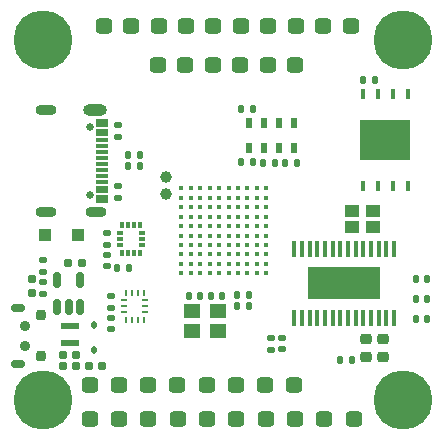
<source format=gbr>
%TF.GenerationSoftware,KiCad,Pcbnew,7.0.9*%
%TF.CreationDate,2023-12-01T13:28:00+08:00*%
%TF.ProjectId,NewSkyF7-Air,4e657753-6b79-4463-972d-4169722e6b69,rev?*%
%TF.SameCoordinates,Original*%
%TF.FileFunction,Soldermask,Top*%
%TF.FilePolarity,Negative*%
%FSLAX46Y46*%
G04 Gerber Fmt 4.6, Leading zero omitted, Abs format (unit mm)*
G04 Created by KiCad (PCBNEW 7.0.9) date 2023-12-01 13:28:00*
%MOMM*%
%LPD*%
G01*
G04 APERTURE LIST*
G04 Aperture macros list*
%AMRoundRect*
0 Rectangle with rounded corners*
0 $1 Rounding radius*
0 $2 $3 $4 $5 $6 $7 $8 $9 X,Y pos of 4 corners*
0 Add a 4 corners polygon primitive as box body*
4,1,4,$2,$3,$4,$5,$6,$7,$8,$9,$2,$3,0*
0 Add four circle primitives for the rounded corners*
1,1,$1+$1,$2,$3*
1,1,$1+$1,$4,$5*
1,1,$1+$1,$6,$7*
1,1,$1+$1,$8,$9*
0 Add four rect primitives between the rounded corners*
20,1,$1+$1,$2,$3,$4,$5,0*
20,1,$1+$1,$4,$5,$6,$7,0*
20,1,$1+$1,$6,$7,$8,$9,0*
20,1,$1+$1,$8,$9,$2,$3,0*%
G04 Aperture macros list end*
%ADD10RoundRect,0.325000X0.375000X-0.325000X0.375000X0.325000X-0.375000X0.325000X-0.375000X-0.325000X0*%
%ADD11RoundRect,0.147500X-0.147500X-0.172500X0.147500X-0.172500X0.147500X0.172500X-0.147500X0.172500X0*%
%ADD12RoundRect,0.140000X-0.170000X0.140000X-0.170000X-0.140000X0.170000X-0.140000X0.170000X0.140000X0*%
%ADD13RoundRect,0.225000X0.250000X-0.225000X0.250000X0.225000X-0.250000X0.225000X-0.250000X-0.225000X0*%
%ADD14RoundRect,0.135000X-0.185000X0.135000X-0.185000X-0.135000X0.185000X-0.135000X0.185000X0.135000X0*%
%ADD15C,0.400000*%
%ADD16RoundRect,0.135000X0.185000X-0.135000X0.185000X0.135000X-0.185000X0.135000X-0.185000X-0.135000X0*%
%ADD17RoundRect,0.150000X0.150000X-0.512500X0.150000X0.512500X-0.150000X0.512500X-0.150000X-0.512500X0*%
%ADD18R,0.300000X0.600000*%
%ADD19R,0.600000X0.300000*%
%ADD20C,1.000000*%
%ADD21RoundRect,0.140000X0.140000X0.170000X-0.140000X0.170000X-0.140000X-0.170000X0.140000X-0.170000X0*%
%ADD22C,0.650000*%
%ADD23R,1.140000X0.300000*%
%ADD24O,2.000000X1.000000*%
%ADD25O,1.800000X0.900000*%
%ADD26RoundRect,0.155000X-0.212500X-0.155000X0.212500X-0.155000X0.212500X0.155000X-0.212500X0.155000X0*%
%ADD27RoundRect,0.140000X-0.140000X-0.170000X0.140000X-0.170000X0.140000X0.170000X-0.140000X0.170000X0*%
%ADD28RoundRect,0.135000X-0.135000X-0.185000X0.135000X-0.185000X0.135000X0.185000X-0.135000X0.185000X0*%
%ADD29RoundRect,0.135000X0.135000X0.185000X-0.135000X0.185000X-0.135000X-0.185000X0.135000X-0.185000X0*%
%ADD30R,0.450000X0.950000*%
%ADD31R,4.350000X3.450000*%
%ADD32RoundRect,0.140000X0.170000X-0.140000X0.170000X0.140000X-0.170000X0.140000X-0.170000X-0.140000X0*%
%ADD33RoundRect,0.155000X0.212500X0.155000X-0.212500X0.155000X-0.212500X-0.155000X0.212500X-0.155000X0*%
%ADD34RoundRect,0.112500X-0.112500X0.187500X-0.112500X-0.187500X0.112500X-0.187500X0.112500X0.187500X0*%
%ADD35RoundRect,0.325000X-0.375000X0.325000X-0.375000X-0.325000X0.375000X-0.325000X0.375000X0.325000X0*%
%ADD36R,1.400000X1.200000*%
%ADD37C,5.000000*%
%ADD38R,0.450000X1.475000*%
%ADD39R,6.200000X2.750000*%
%ADD40RoundRect,0.155000X0.155000X-0.212500X0.155000X0.212500X-0.155000X0.212500X-0.155000X-0.212500X0*%
%ADD41R,1.600000X0.550000*%
%ADD42R,0.550000X0.950000*%
%ADD43RoundRect,0.250000X-0.300000X-0.300000X0.300000X-0.300000X0.300000X0.300000X-0.300000X0.300000X0*%
%ADD44RoundRect,0.150000X0.450000X-0.150000X0.450000X0.150000X-0.450000X0.150000X-0.450000X-0.150000X0*%
%ADD45C,0.900000*%
%ADD46RoundRect,0.200000X0.200000X-0.250000X0.200000X0.250000X-0.200000X0.250000X-0.200000X-0.250000X0*%
%ADD47R,1.150000X1.000000*%
%ADD48R,0.250000X0.475000*%
%ADD49R,0.475000X0.250000*%
G04 APERTURE END LIST*
D10*
%TO.C,J31*%
X112465714Y-95050000D03*
%TD*%
D11*
%TO.C,D4*%
X135122500Y-89490000D03*
X136092500Y-89490000D03*
%TD*%
D12*
%TO.C,C41*%
X109340000Y-87572500D03*
X109340000Y-88532500D03*
%TD*%
D13*
%TO.C,C34*%
X132360000Y-92705000D03*
X132360000Y-91155000D03*
%TD*%
D14*
%TO.C,R23*%
X109870000Y-78270000D03*
X109870000Y-79290000D03*
%TD*%
D10*
%TO.C,J22*%
X109992857Y-95050000D03*
%TD*%
D15*
%TO.C,U2*%
X115270000Y-85640000D03*
X115270000Y-84840000D03*
X115270000Y-84040000D03*
X115270000Y-83240000D03*
X115270000Y-82440000D03*
X115270000Y-81640000D03*
X115270000Y-80840000D03*
X115270000Y-80040000D03*
X115270000Y-79240000D03*
X115270000Y-78440000D03*
X116070000Y-85640000D03*
X116070000Y-84840000D03*
X116070000Y-84040000D03*
X116070000Y-83240000D03*
X116070000Y-82440000D03*
X116070000Y-81640000D03*
X116070000Y-80840000D03*
X116070000Y-80040000D03*
X116070000Y-79240000D03*
X116070000Y-78440000D03*
X116870000Y-85640000D03*
X116870000Y-84840000D03*
X116870000Y-84040000D03*
X116870000Y-83240000D03*
X116870000Y-82440000D03*
X116870000Y-81640000D03*
X116870000Y-80840000D03*
X116870000Y-80040000D03*
X116870000Y-79240000D03*
X116870000Y-78440000D03*
X117670000Y-85640000D03*
X117670000Y-84840000D03*
X117670000Y-84040000D03*
X117670000Y-83240000D03*
X117670000Y-82440000D03*
X117670000Y-81640000D03*
X117670000Y-80840000D03*
X117670000Y-80040000D03*
X117670000Y-79240000D03*
X117670000Y-78440000D03*
X118470000Y-85640000D03*
X118470000Y-84840000D03*
X118470000Y-84040000D03*
X118470000Y-83240000D03*
X118470000Y-82440000D03*
X118470000Y-81640000D03*
X118470000Y-80840000D03*
X118470000Y-80040000D03*
X118470000Y-79240000D03*
X118470000Y-78440000D03*
X119270000Y-85640000D03*
X119270000Y-84840000D03*
X119270000Y-84040000D03*
X119270000Y-83240000D03*
X119270000Y-82440000D03*
X119270000Y-81640000D03*
X119270000Y-80840000D03*
X119270000Y-80040000D03*
X119270000Y-79240000D03*
X119270000Y-78440000D03*
X120070000Y-85640000D03*
X120070000Y-84840000D03*
X120070000Y-84040000D03*
X120070000Y-83240000D03*
X120070000Y-82440000D03*
X120070000Y-81640000D03*
X120070000Y-80840000D03*
X120070000Y-80040000D03*
X120070000Y-79240000D03*
X120070000Y-78440000D03*
X120870000Y-85640000D03*
X120870000Y-84840000D03*
X120870000Y-84040000D03*
X120870000Y-83240000D03*
X120870000Y-82440000D03*
X120870000Y-81640000D03*
X120870000Y-80840000D03*
X120870000Y-80040000D03*
X120870000Y-79240000D03*
X120870000Y-78440000D03*
X121670000Y-85640000D03*
X121670000Y-84840000D03*
X121670000Y-84040000D03*
X121670000Y-83240000D03*
X121670000Y-82440000D03*
X121670000Y-81640000D03*
X121670000Y-80840000D03*
X121670000Y-80040000D03*
X121670000Y-79240000D03*
X121670000Y-78440000D03*
X122470000Y-85640000D03*
X122470000Y-84840000D03*
X122470000Y-84040000D03*
X122470000Y-83240000D03*
X122470000Y-82440000D03*
X122470000Y-81640000D03*
X122470000Y-80840000D03*
X122470000Y-80040000D03*
X122470000Y-79240000D03*
X122470000Y-78440000D03*
%TD*%
D10*
%TO.C,J14*%
X113344444Y-64700000D03*
%TD*%
%TO.C,J18*%
X122633332Y-64700000D03*
%TD*%
D16*
%TO.C,R5*%
X103540000Y-87360000D03*
X103540000Y-86340000D03*
%TD*%
D17*
%TO.C,U1*%
X104770000Y-88457500D03*
X105720000Y-88457500D03*
X106670000Y-88457500D03*
X106670000Y-86182500D03*
X104770000Y-86182500D03*
%TD*%
D18*
%TO.C,IC3*%
X111760000Y-81580000D03*
X111260000Y-81580000D03*
X110760000Y-81580000D03*
X110260000Y-81580000D03*
D19*
X110110000Y-82230000D03*
X110110000Y-82730000D03*
X110110000Y-83230000D03*
D18*
X110260000Y-83880000D03*
X110760000Y-83880000D03*
X111260000Y-83880000D03*
X111760000Y-83880000D03*
D19*
X111910000Y-83230000D03*
X111910000Y-82730000D03*
X111910000Y-82230000D03*
%TD*%
D10*
%TO.C,J5*%
X124934000Y-67980000D03*
%TD*%
D11*
%TO.C,D5*%
X135122500Y-86150000D03*
X136092500Y-86150000D03*
%TD*%
D20*
%TO.C,J41*%
X113960000Y-78880000D03*
%TD*%
D10*
%TO.C,J30*%
X109994444Y-97980000D03*
%TD*%
%TO.C,J20*%
X107520000Y-95050000D03*
%TD*%
D21*
%TO.C,C21*%
X116890000Y-87530000D03*
X115930000Y-87530000D03*
%TD*%
D22*
%TO.C,U4*%
X107510000Y-73238250D03*
X107510000Y-79018250D03*
D23*
X108580000Y-72778250D03*
X108580000Y-73578250D03*
X108580000Y-74878250D03*
X108580000Y-75878250D03*
X108580000Y-76378250D03*
X108580000Y-77378250D03*
X108580000Y-78678250D03*
X108580000Y-79478250D03*
X108580000Y-79178250D03*
X108580000Y-78378250D03*
X108580000Y-77878250D03*
X108580000Y-76878250D03*
X108580000Y-75378250D03*
X108580000Y-74378250D03*
X108580000Y-73878250D03*
X108580000Y-73078250D03*
D24*
X107990000Y-71803250D03*
D25*
X108020000Y-80458250D03*
X103810000Y-71803250D03*
X103810000Y-80453250D03*
%TD*%
D10*
%TO.C,J12*%
X117988888Y-64700000D03*
%TD*%
%TO.C,J9*%
X129870000Y-97980000D03*
%TD*%
D16*
%TO.C,R28*%
X122860000Y-92110000D03*
X122860000Y-91090000D03*
%TD*%
D10*
%TO.C,J40*%
X124830000Y-95050000D03*
%TD*%
D26*
%TO.C,C13*%
X107452500Y-93497500D03*
X108587500Y-93497500D03*
%TD*%
D10*
%TO.C,J7*%
X120262000Y-67980000D03*
%TD*%
D27*
%TO.C,C44*%
X109840000Y-85150000D03*
X110800000Y-85150000D03*
%TD*%
D28*
%TO.C,R30*%
X124045000Y-76265000D03*
X125065000Y-76265000D03*
%TD*%
D29*
%TO.C,R19*%
X121030000Y-88440000D03*
X120010000Y-88440000D03*
%TD*%
D30*
%TO.C,IC4*%
X130610000Y-78230000D03*
X131880000Y-78230000D03*
X133150000Y-78230000D03*
X134420000Y-78230000D03*
X134420000Y-70430000D03*
X133150000Y-70430000D03*
X131880000Y-70430000D03*
X130610000Y-70430000D03*
D31*
X132515000Y-74330000D03*
%TD*%
D27*
%TO.C,C22*%
X120020000Y-87510000D03*
X120980000Y-87510000D03*
%TD*%
D32*
%TO.C,C43*%
X108940000Y-83210000D03*
X108940000Y-82250000D03*
%TD*%
D28*
%TO.C,R25*%
X110770000Y-75610000D03*
X111790000Y-75610000D03*
%TD*%
D26*
%TO.C,C7*%
X105692500Y-84760000D03*
X106827500Y-84760000D03*
%TD*%
D33*
%TO.C,C19*%
X106387500Y-92582500D03*
X105252500Y-92582500D03*
%TD*%
D34*
%TO.C,D3*%
X107900000Y-89990000D03*
X107900000Y-92090000D03*
%TD*%
D35*
%TO.C,J33*%
X111022222Y-64700000D03*
%TD*%
D33*
%TO.C,C16*%
X106387500Y-93517500D03*
X105252500Y-93517500D03*
%TD*%
D10*
%TO.C,J11*%
X120311110Y-64700000D03*
%TD*%
D12*
%TO.C,C37*%
X123800000Y-91110000D03*
X123800000Y-92070000D03*
%TD*%
D10*
%TO.C,J29*%
X107510000Y-97980000D03*
%TD*%
D28*
%TO.C,R31*%
X120330000Y-71690000D03*
X121350000Y-71690000D03*
%TD*%
D27*
%TO.C,C20*%
X117750000Y-87530000D03*
X118710000Y-87530000D03*
%TD*%
D36*
%TO.C,Y1*%
X116150000Y-90540000D03*
X118350000Y-90540000D03*
X118350000Y-88840000D03*
X116150000Y-88840000D03*
%TD*%
D10*
%TO.C,J24*%
X114963332Y-97980000D03*
%TD*%
%TO.C,J28*%
X117447776Y-97980000D03*
%TD*%
D28*
%TO.C,R29*%
X122185000Y-76265000D03*
X123205000Y-76265000D03*
%TD*%
D10*
%TO.C,J37*%
X115590000Y-67980000D03*
%TD*%
D21*
%TO.C,C32*%
X131650000Y-69230000D03*
X130690000Y-69230000D03*
%TD*%
D37*
%TO.C,J35*%
X103550000Y-65860000D03*
X103550000Y-96360000D03*
X134050000Y-65860000D03*
X134050000Y-96360000D03*
%TD*%
D28*
%TO.C,R24*%
X110770000Y-76560000D03*
X111790000Y-76560000D03*
%TD*%
D10*
%TO.C,J19*%
X127385552Y-97980000D03*
%TD*%
%TO.C,J38*%
X113254000Y-67980000D03*
%TD*%
D38*
%TO.C,U5*%
X133285000Y-83542000D03*
X132635000Y-83542000D03*
X131985000Y-83542000D03*
X131335000Y-83542000D03*
X130685000Y-83542000D03*
X130035000Y-83542000D03*
X129385000Y-83542000D03*
X128735000Y-83542000D03*
X128085000Y-83542000D03*
X127435000Y-83542000D03*
X126785000Y-83542000D03*
X126135000Y-83542000D03*
X125485000Y-83542000D03*
X124835000Y-83542000D03*
X124835000Y-89418000D03*
X125485000Y-89418000D03*
X126135000Y-89418000D03*
X126785000Y-89418000D03*
X127435000Y-89418000D03*
X128085000Y-89418000D03*
X128735000Y-89418000D03*
X129385000Y-89418000D03*
X130035000Y-89418000D03*
X130685000Y-89418000D03*
X131335000Y-89418000D03*
X131985000Y-89418000D03*
X132635000Y-89418000D03*
X133285000Y-89418000D03*
D39*
X129060000Y-86480000D03*
%TD*%
D29*
%TO.C,R32*%
X121340000Y-76250000D03*
X120320000Y-76250000D03*
%TD*%
D32*
%TO.C,C42*%
X109350000Y-90360000D03*
X109350000Y-89400000D03*
%TD*%
D10*
%TO.C,J27*%
X124901108Y-97980000D03*
%TD*%
D11*
%TO.C,D6*%
X135122500Y-87820000D03*
X136092500Y-87820000D03*
%TD*%
D40*
%TO.C,C12*%
X102610000Y-87277500D03*
X102610000Y-86142500D03*
%TD*%
D10*
%TO.C,J15*%
X129600000Y-64700000D03*
%TD*%
D41*
%TO.C,L1*%
X105820000Y-90097500D03*
X105820000Y-91547500D03*
%TD*%
D10*
%TO.C,J16*%
X127277776Y-64700000D03*
%TD*%
%TO.C,J21*%
X122416664Y-97980000D03*
%TD*%
D42*
%TO.C,U8*%
X124775000Y-72890000D03*
X123525000Y-72890000D03*
X122275000Y-72890000D03*
X121025000Y-72890000D03*
X121025000Y-75040000D03*
X122275000Y-75040000D03*
X123525000Y-75040000D03*
X124775000Y-75040000D03*
%TD*%
D13*
%TO.C,C35*%
X130900000Y-92705000D03*
X130900000Y-91155000D03*
%TD*%
D10*
%TO.C,J32*%
X114938571Y-95050000D03*
%TD*%
%TO.C,J6*%
X122598000Y-67980000D03*
%TD*%
D35*
%TO.C,J34*%
X108700000Y-64700000D03*
%TD*%
D10*
%TO.C,J10*%
X119932220Y-97980000D03*
%TD*%
D20*
%TO.C,J42*%
X113990000Y-77460000D03*
%TD*%
D10*
%TO.C,J26*%
X119884285Y-95050000D03*
%TD*%
%TO.C,J25*%
X117411428Y-95050000D03*
%TD*%
%TO.C,J8*%
X117926000Y-67980000D03*
%TD*%
D28*
%TO.C,R27*%
X128730000Y-92940000D03*
X129750000Y-92940000D03*
%TD*%
D43*
%TO.C,D7*%
X103750000Y-82360000D03*
X106550000Y-82360000D03*
%TD*%
D10*
%TO.C,J13*%
X115666666Y-64700000D03*
%TD*%
D44*
%TO.C,SW1*%
X101410000Y-93300000D03*
D45*
X102010000Y-91770000D03*
X102010000Y-90070000D03*
D44*
X101410000Y-88540000D03*
D46*
X103410000Y-92645000D03*
X103410000Y-89195000D03*
%TD*%
D47*
%TO.C,Y2*%
X131505000Y-80340000D03*
X129755000Y-80340000D03*
X129755000Y-81740000D03*
X131505000Y-81740000D03*
%TD*%
D16*
%TO.C,R22*%
X109870000Y-74090000D03*
X109870000Y-73070000D03*
%TD*%
%TO.C,R6*%
X103540000Y-85500000D03*
X103540000Y-84480000D03*
%TD*%
D48*
%TO.C,U6*%
X112070000Y-87267500D03*
X111570000Y-87267500D03*
X111070000Y-87267500D03*
X110570000Y-87267500D03*
D49*
X110407500Y-87930000D03*
X110407500Y-88430000D03*
X110407500Y-88930000D03*
D48*
X110570000Y-89592500D03*
X111070000Y-89592500D03*
X111570000Y-89592500D03*
X112070000Y-89592500D03*
D49*
X112232500Y-88930000D03*
X112232500Y-88430000D03*
X112232500Y-87930000D03*
%TD*%
D10*
%TO.C,J23*%
X112478888Y-97980000D03*
%TD*%
%TO.C,J17*%
X124955554Y-64700000D03*
%TD*%
%TO.C,J39*%
X122357142Y-95050000D03*
%TD*%
D12*
%TO.C,C45*%
X108940000Y-84070000D03*
X108940000Y-85030000D03*
%TD*%
M02*

</source>
